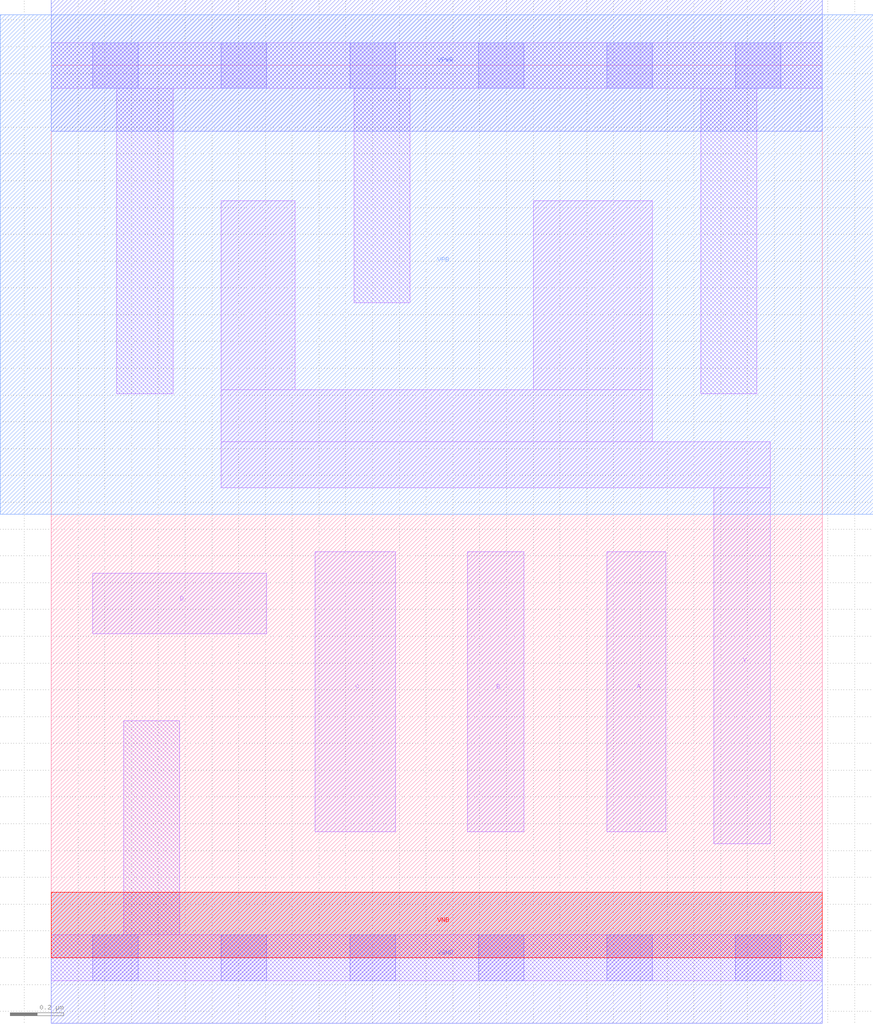
<source format=lef>
# Copyright 2020 The SkyWater PDK Authors
#
# Licensed under the Apache License, Version 2.0 (the "License");
# you may not use this file except in compliance with the License.
# You may obtain a copy of the License at
#
#     https://www.apache.org/licenses/LICENSE-2.0
#
# Unless required by applicable law or agreed to in writing, software
# distributed under the License is distributed on an "AS IS" BASIS,
# WITHOUT WARRANTIES OR CONDITIONS OF ANY KIND, either express or implied.
# See the License for the specific language governing permissions and
# limitations under the License.
#
# SPDX-License-Identifier: Apache-2.0

VERSION 5.7 ;
  NOWIREEXTENSIONATPIN ON ;
  DIVIDERCHAR "/" ;
  BUSBITCHARS "[]" ;
MACRO sky130_fd_sc_lp__nand4_1
  CLASS CORE ;
  FOREIGN sky130_fd_sc_lp__nand4_1 ;
  ORIGIN  0.000000  0.000000 ;
  SIZE  2.880000 BY  3.330000 ;
  SYMMETRY X Y R90 ;
  SITE unit ;
  PIN A
    ANTENNAGATEAREA  0.315000 ;
    DIRECTION INPUT ;
    USE SIGNAL ;
    PORT
      LAYER li1 ;
        RECT 2.075000 0.470000 2.295000 1.515000 ;
    END
  END A
  PIN B
    ANTENNAGATEAREA  0.315000 ;
    DIRECTION INPUT ;
    USE SIGNAL ;
    PORT
      LAYER li1 ;
        RECT 1.555000 0.470000 1.765000 1.515000 ;
    END
  END B
  PIN C
    ANTENNAGATEAREA  0.315000 ;
    DIRECTION INPUT ;
    USE SIGNAL ;
    PORT
      LAYER li1 ;
        RECT 0.985000 0.470000 1.285000 1.515000 ;
    END
  END C
  PIN D
    ANTENNAGATEAREA  0.315000 ;
    DIRECTION INPUT ;
    USE SIGNAL ;
    PORT
      LAYER li1 ;
        RECT 0.155000 1.210000 0.805000 1.435000 ;
    END
  END D
  PIN Y
    ANTENNADIFFAREA  1.134000 ;
    DIRECTION OUTPUT ;
    USE SIGNAL ;
    PORT
      LAYER li1 ;
        RECT 0.635000 1.755000 2.685000 1.925000 ;
        RECT 0.635000 1.925000 2.245000 2.120000 ;
        RECT 0.635000 2.120000 0.910000 2.825000 ;
        RECT 1.800000 2.120000 2.245000 2.825000 ;
        RECT 2.475000 0.425000 2.685000 1.755000 ;
    END
  END Y
  PIN VGND
    DIRECTION INOUT ;
    USE GROUND ;
    PORT
      LAYER met1 ;
        RECT 0.000000 -0.245000 2.880000 0.245000 ;
    END
  END VGND
  PIN VNB
    DIRECTION INOUT ;
    USE GROUND ;
    PORT
      LAYER pwell ;
        RECT 0.000000 0.000000 2.880000 0.245000 ;
    END
  END VNB
  PIN VPB
    DIRECTION INOUT ;
    USE POWER ;
    PORT
      LAYER nwell ;
        RECT -0.190000 1.655000 3.070000 3.520000 ;
    END
  END VPB
  PIN VPWR
    DIRECTION INOUT ;
    USE POWER ;
    PORT
      LAYER met1 ;
        RECT 0.000000 3.085000 2.880000 3.575000 ;
    END
  END VPWR
  OBS
    LAYER li1 ;
      RECT 0.000000 -0.085000 2.880000 0.085000 ;
      RECT 0.000000  3.245000 2.880000 3.415000 ;
      RECT 0.245000  2.105000 0.455000 3.245000 ;
      RECT 0.270000  0.085000 0.480000 0.885000 ;
      RECT 1.130000  2.445000 1.340000 3.245000 ;
      RECT 2.425000  2.105000 2.635000 3.245000 ;
    LAYER mcon ;
      RECT 0.155000 -0.085000 0.325000 0.085000 ;
      RECT 0.155000  3.245000 0.325000 3.415000 ;
      RECT 0.635000 -0.085000 0.805000 0.085000 ;
      RECT 0.635000  3.245000 0.805000 3.415000 ;
      RECT 1.115000 -0.085000 1.285000 0.085000 ;
      RECT 1.115000  3.245000 1.285000 3.415000 ;
      RECT 1.595000 -0.085000 1.765000 0.085000 ;
      RECT 1.595000  3.245000 1.765000 3.415000 ;
      RECT 2.075000 -0.085000 2.245000 0.085000 ;
      RECT 2.075000  3.245000 2.245000 3.415000 ;
      RECT 2.555000 -0.085000 2.725000 0.085000 ;
      RECT 2.555000  3.245000 2.725000 3.415000 ;
  END
END sky130_fd_sc_lp__nand4_1
END LIBRARY

</source>
